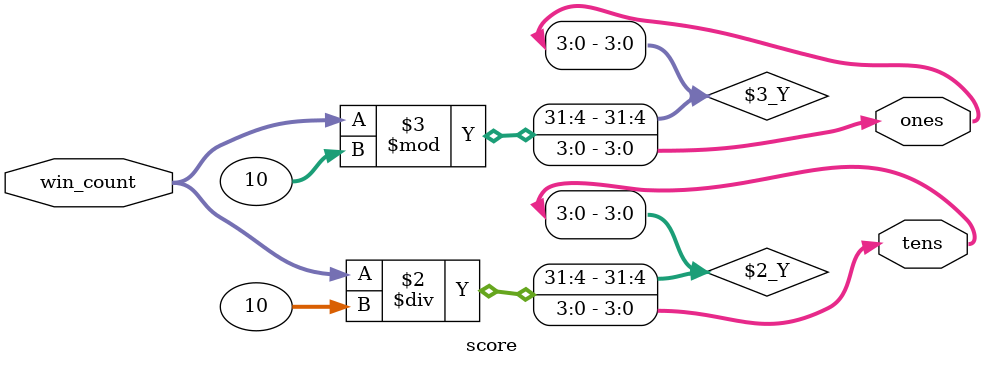
<source format=v>
module score (
    input [6:0] win_count,  // 7-bit win count input (0 to 99)
    output reg [3:0] ones,  // Ones digit (0 to 9)
    output reg [3:0] tens   // Tens digit (0 to 9)
);

always @(*) begin
    // Calculate tens digit
    tens = win_count / 10;

    // Calculate ones digit
    ones = win_count % 10;
end

endmodule
</source>
